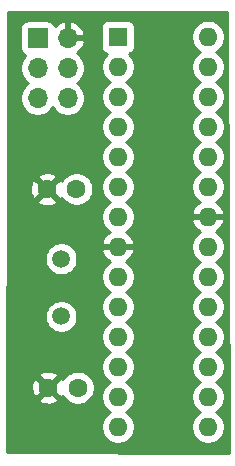
<source format=gbr>
%TF.GenerationSoftware,KiCad,Pcbnew,(5.1.7)-1*%
%TF.CreationDate,2021-02-08T15:15:02+01:00*%
%TF.ProjectId,usbasp16Mhz,75736261-7370-4313-964d-687a2e6b6963,rev?*%
%TF.SameCoordinates,Original*%
%TF.FileFunction,Copper,L2,Bot*%
%TF.FilePolarity,Positive*%
%FSLAX46Y46*%
G04 Gerber Fmt 4.6, Leading zero omitted, Abs format (unit mm)*
G04 Created by KiCad (PCBNEW (5.1.7)-1) date 2021-02-08 15:15:02*
%MOMM*%
%LPD*%
G01*
G04 APERTURE LIST*
%TA.AperFunction,ComponentPad*%
%ADD10R,1.700000X1.700000*%
%TD*%
%TA.AperFunction,ComponentPad*%
%ADD11O,1.700000X1.700000*%
%TD*%
%TA.AperFunction,ComponentPad*%
%ADD12R,1.600000X1.600000*%
%TD*%
%TA.AperFunction,ComponentPad*%
%ADD13O,1.600000X1.600000*%
%TD*%
%TA.AperFunction,ComponentPad*%
%ADD14C,1.500000*%
%TD*%
%TA.AperFunction,ComponentPad*%
%ADD15C,1.600000*%
%TD*%
%TA.AperFunction,Conductor*%
%ADD16C,0.254000*%
%TD*%
%TA.AperFunction,Conductor*%
%ADD17C,0.100000*%
%TD*%
G04 APERTURE END LIST*
D10*
%TO.P,J1,1*%
%TO.N,/RST*%
X133800000Y-87000000D03*
D11*
%TO.P,J1,2*%
%TO.N,GND*%
X136340000Y-87000000D03*
%TO.P,J1,3*%
%TO.N,/SCK*%
X133800000Y-89540000D03*
%TO.P,J1,4*%
%TO.N,/MOSI*%
X136340000Y-89540000D03*
%TO.P,J1,5*%
%TO.N,/MISO*%
X133800000Y-92080000D03*
%TO.P,J1,6*%
%TO.N,/VCC*%
X136340000Y-92080000D03*
%TD*%
D12*
%TO.P,U1,1*%
%TO.N,/RST*%
X140600000Y-86900000D03*
D13*
%TO.P,U1,15*%
%TO.N,N/C*%
X148220000Y-119920000D03*
%TO.P,U1,2*%
X140600000Y-89440000D03*
%TO.P,U1,16*%
X148220000Y-117380000D03*
%TO.P,U1,3*%
X140600000Y-91980000D03*
%TO.P,U1,17*%
%TO.N,/MOSI*%
X148220000Y-114840000D03*
%TO.P,U1,4*%
%TO.N,N/C*%
X140600000Y-94520000D03*
%TO.P,U1,18*%
%TO.N,/MISO*%
X148220000Y-112300000D03*
%TO.P,U1,5*%
%TO.N,N/C*%
X140600000Y-97060000D03*
%TO.P,U1,19*%
%TO.N,/SCK*%
X148220000Y-109760000D03*
%TO.P,U1,6*%
%TO.N,N/C*%
X140600000Y-99600000D03*
%TO.P,U1,20*%
X148220000Y-107220000D03*
%TO.P,U1,7*%
%TO.N,/VCC*%
X140600000Y-102140000D03*
%TO.P,U1,21*%
%TO.N,N/C*%
X148220000Y-104680000D03*
%TO.P,U1,8*%
%TO.N,GND*%
X140600000Y-104680000D03*
%TO.P,U1,22*%
X148220000Y-102140000D03*
%TO.P,U1,9*%
%TO.N,/XTAL1*%
X140600000Y-107220000D03*
%TO.P,U1,23*%
%TO.N,N/C*%
X148220000Y-99600000D03*
%TO.P,U1,10*%
%TO.N,Net-(C2-Pad2)*%
X140600000Y-109760000D03*
%TO.P,U1,24*%
%TO.N,N/C*%
X148220000Y-97060000D03*
%TO.P,U1,11*%
X140600000Y-112300000D03*
%TO.P,U1,25*%
X148220000Y-94520000D03*
%TO.P,U1,12*%
X140600000Y-114840000D03*
%TO.P,U1,26*%
X148220000Y-91980000D03*
%TO.P,U1,13*%
X140600000Y-117380000D03*
%TO.P,U1,27*%
X148220000Y-89440000D03*
%TO.P,U1,14*%
X140600000Y-119920000D03*
%TO.P,U1,28*%
X148220000Y-86900000D03*
%TD*%
D14*
%TO.P,Y1,1*%
%TO.N,/XTAL1*%
X135800000Y-105700000D03*
%TO.P,Y1,2*%
%TO.N,Net-(C2-Pad2)*%
X135800000Y-110580000D03*
%TD*%
D15*
%TO.P,C2,1*%
%TO.N,GND*%
X134700000Y-116600000D03*
%TO.P,C2,2*%
%TO.N,Net-(C2-Pad2)*%
X137200000Y-116600000D03*
%TD*%
%TO.P,C1,1*%
%TO.N,GND*%
X134600000Y-99800000D03*
%TO.P,C1,2*%
%TO.N,/XTAL1*%
X137100000Y-99800000D03*
%TD*%
D16*
%TO.N,GND*%
X149972660Y-122172328D02*
X131227338Y-122073669D01*
X131239286Y-117592702D01*
X133886903Y-117592702D01*
X133958486Y-117836671D01*
X134213996Y-117957571D01*
X134488184Y-118026300D01*
X134770512Y-118040217D01*
X135050130Y-117998787D01*
X135316292Y-117903603D01*
X135441514Y-117836671D01*
X135513097Y-117592702D01*
X134700000Y-116779605D01*
X133886903Y-117592702D01*
X131239286Y-117592702D01*
X131241746Y-116670512D01*
X133259783Y-116670512D01*
X133301213Y-116950130D01*
X133396397Y-117216292D01*
X133463329Y-117341514D01*
X133707298Y-117413097D01*
X134520395Y-116600000D01*
X134879605Y-116600000D01*
X135692702Y-117413097D01*
X135936671Y-117341514D01*
X135950324Y-117312659D01*
X136085363Y-117514759D01*
X136285241Y-117714637D01*
X136520273Y-117871680D01*
X136781426Y-117979853D01*
X137058665Y-118035000D01*
X137341335Y-118035000D01*
X137618574Y-117979853D01*
X137879727Y-117871680D01*
X138114759Y-117714637D01*
X138314637Y-117514759D01*
X138471680Y-117279727D01*
X138579853Y-117018574D01*
X138635000Y-116741335D01*
X138635000Y-116458665D01*
X138579853Y-116181426D01*
X138471680Y-115920273D01*
X138314637Y-115685241D01*
X138114759Y-115485363D01*
X137879727Y-115328320D01*
X137618574Y-115220147D01*
X137341335Y-115165000D01*
X137058665Y-115165000D01*
X136781426Y-115220147D01*
X136520273Y-115328320D01*
X136285241Y-115485363D01*
X136085363Y-115685241D01*
X135951308Y-115885869D01*
X135936671Y-115858486D01*
X135692702Y-115786903D01*
X134879605Y-116600000D01*
X134520395Y-116600000D01*
X133707298Y-115786903D01*
X133463329Y-115858486D01*
X133342429Y-116113996D01*
X133273700Y-116388184D01*
X133259783Y-116670512D01*
X131241746Y-116670512D01*
X131244581Y-115607298D01*
X133886903Y-115607298D01*
X134700000Y-116420395D01*
X135513097Y-115607298D01*
X135441514Y-115363329D01*
X135186004Y-115242429D01*
X134911816Y-115173700D01*
X134629488Y-115159783D01*
X134349870Y-115201213D01*
X134083708Y-115296397D01*
X133958486Y-115363329D01*
X133886903Y-115607298D01*
X131244581Y-115607298D01*
X131258350Y-110443589D01*
X134415000Y-110443589D01*
X134415000Y-110716411D01*
X134468225Y-110983989D01*
X134572629Y-111236043D01*
X134724201Y-111462886D01*
X134917114Y-111655799D01*
X135143957Y-111807371D01*
X135396011Y-111911775D01*
X135663589Y-111965000D01*
X135936411Y-111965000D01*
X136203989Y-111911775D01*
X136456043Y-111807371D01*
X136682886Y-111655799D01*
X136875799Y-111462886D01*
X137027371Y-111236043D01*
X137131775Y-110983989D01*
X137185000Y-110716411D01*
X137185000Y-110443589D01*
X137131775Y-110176011D01*
X137027371Y-109923957D01*
X136875799Y-109697114D01*
X136682886Y-109504201D01*
X136456043Y-109352629D01*
X136203989Y-109248225D01*
X135936411Y-109195000D01*
X135663589Y-109195000D01*
X135396011Y-109248225D01*
X135143957Y-109352629D01*
X134917114Y-109504201D01*
X134724201Y-109697114D01*
X134572629Y-109923957D01*
X134468225Y-110176011D01*
X134415000Y-110443589D01*
X131258350Y-110443589D01*
X131271363Y-105563589D01*
X134415000Y-105563589D01*
X134415000Y-105836411D01*
X134468225Y-106103989D01*
X134572629Y-106356043D01*
X134724201Y-106582886D01*
X134917114Y-106775799D01*
X135143957Y-106927371D01*
X135396011Y-107031775D01*
X135663589Y-107085000D01*
X135936411Y-107085000D01*
X135968258Y-107078665D01*
X139165000Y-107078665D01*
X139165000Y-107361335D01*
X139220147Y-107638574D01*
X139328320Y-107899727D01*
X139485363Y-108134759D01*
X139685241Y-108334637D01*
X139917759Y-108490000D01*
X139685241Y-108645363D01*
X139485363Y-108845241D01*
X139328320Y-109080273D01*
X139220147Y-109341426D01*
X139165000Y-109618665D01*
X139165000Y-109901335D01*
X139220147Y-110178574D01*
X139328320Y-110439727D01*
X139485363Y-110674759D01*
X139685241Y-110874637D01*
X139917759Y-111030000D01*
X139685241Y-111185363D01*
X139485363Y-111385241D01*
X139328320Y-111620273D01*
X139220147Y-111881426D01*
X139165000Y-112158665D01*
X139165000Y-112441335D01*
X139220147Y-112718574D01*
X139328320Y-112979727D01*
X139485363Y-113214759D01*
X139685241Y-113414637D01*
X139917759Y-113570000D01*
X139685241Y-113725363D01*
X139485363Y-113925241D01*
X139328320Y-114160273D01*
X139220147Y-114421426D01*
X139165000Y-114698665D01*
X139165000Y-114981335D01*
X139220147Y-115258574D01*
X139328320Y-115519727D01*
X139485363Y-115754759D01*
X139685241Y-115954637D01*
X139917759Y-116110000D01*
X139685241Y-116265363D01*
X139485363Y-116465241D01*
X139328320Y-116700273D01*
X139220147Y-116961426D01*
X139165000Y-117238665D01*
X139165000Y-117521335D01*
X139220147Y-117798574D01*
X139328320Y-118059727D01*
X139485363Y-118294759D01*
X139685241Y-118494637D01*
X139917759Y-118650000D01*
X139685241Y-118805363D01*
X139485363Y-119005241D01*
X139328320Y-119240273D01*
X139220147Y-119501426D01*
X139165000Y-119778665D01*
X139165000Y-120061335D01*
X139220147Y-120338574D01*
X139328320Y-120599727D01*
X139485363Y-120834759D01*
X139685241Y-121034637D01*
X139920273Y-121191680D01*
X140181426Y-121299853D01*
X140458665Y-121355000D01*
X140741335Y-121355000D01*
X141018574Y-121299853D01*
X141279727Y-121191680D01*
X141514759Y-121034637D01*
X141714637Y-120834759D01*
X141871680Y-120599727D01*
X141979853Y-120338574D01*
X142035000Y-120061335D01*
X142035000Y-119778665D01*
X141979853Y-119501426D01*
X141871680Y-119240273D01*
X141714637Y-119005241D01*
X141514759Y-118805363D01*
X141282241Y-118650000D01*
X141514759Y-118494637D01*
X141714637Y-118294759D01*
X141871680Y-118059727D01*
X141979853Y-117798574D01*
X142035000Y-117521335D01*
X142035000Y-117238665D01*
X141979853Y-116961426D01*
X141871680Y-116700273D01*
X141714637Y-116465241D01*
X141514759Y-116265363D01*
X141282241Y-116110000D01*
X141514759Y-115954637D01*
X141714637Y-115754759D01*
X141871680Y-115519727D01*
X141979853Y-115258574D01*
X142035000Y-114981335D01*
X142035000Y-114698665D01*
X141979853Y-114421426D01*
X141871680Y-114160273D01*
X141714637Y-113925241D01*
X141514759Y-113725363D01*
X141282241Y-113570000D01*
X141514759Y-113414637D01*
X141714637Y-113214759D01*
X141871680Y-112979727D01*
X141979853Y-112718574D01*
X142035000Y-112441335D01*
X142035000Y-112158665D01*
X141979853Y-111881426D01*
X141871680Y-111620273D01*
X141714637Y-111385241D01*
X141514759Y-111185363D01*
X141282241Y-111030000D01*
X141514759Y-110874637D01*
X141714637Y-110674759D01*
X141871680Y-110439727D01*
X141979853Y-110178574D01*
X142035000Y-109901335D01*
X142035000Y-109618665D01*
X141979853Y-109341426D01*
X141871680Y-109080273D01*
X141714637Y-108845241D01*
X141514759Y-108645363D01*
X141282241Y-108490000D01*
X141514759Y-108334637D01*
X141714637Y-108134759D01*
X141871680Y-107899727D01*
X141979853Y-107638574D01*
X142035000Y-107361335D01*
X142035000Y-107078665D01*
X141979853Y-106801426D01*
X141871680Y-106540273D01*
X141714637Y-106305241D01*
X141514759Y-106105363D01*
X141279727Y-105948320D01*
X141269135Y-105943933D01*
X141455131Y-105832385D01*
X141663519Y-105643414D01*
X141831037Y-105417420D01*
X141951246Y-105163087D01*
X141991904Y-105029039D01*
X141869915Y-104807000D01*
X140727000Y-104807000D01*
X140727000Y-104827000D01*
X140473000Y-104827000D01*
X140473000Y-104807000D01*
X139330085Y-104807000D01*
X139208096Y-105029039D01*
X139248754Y-105163087D01*
X139368963Y-105417420D01*
X139536481Y-105643414D01*
X139744869Y-105832385D01*
X139930865Y-105943933D01*
X139920273Y-105948320D01*
X139685241Y-106105363D01*
X139485363Y-106305241D01*
X139328320Y-106540273D01*
X139220147Y-106801426D01*
X139165000Y-107078665D01*
X135968258Y-107078665D01*
X136203989Y-107031775D01*
X136456043Y-106927371D01*
X136682886Y-106775799D01*
X136875799Y-106582886D01*
X137027371Y-106356043D01*
X137131775Y-106103989D01*
X137185000Y-105836411D01*
X137185000Y-105563589D01*
X137131775Y-105296011D01*
X137027371Y-105043957D01*
X136875799Y-104817114D01*
X136682886Y-104624201D01*
X136456043Y-104472629D01*
X136203989Y-104368225D01*
X135936411Y-104315000D01*
X135663589Y-104315000D01*
X135396011Y-104368225D01*
X135143957Y-104472629D01*
X134917114Y-104624201D01*
X134724201Y-104817114D01*
X134572629Y-105043957D01*
X134468225Y-105296011D01*
X134415000Y-105563589D01*
X131271363Y-105563589D01*
X131284086Y-100792702D01*
X133786903Y-100792702D01*
X133858486Y-101036671D01*
X134113996Y-101157571D01*
X134388184Y-101226300D01*
X134670512Y-101240217D01*
X134950130Y-101198787D01*
X135216292Y-101103603D01*
X135341514Y-101036671D01*
X135413097Y-100792702D01*
X134600000Y-99979605D01*
X133786903Y-100792702D01*
X131284086Y-100792702D01*
X131286546Y-99870512D01*
X133159783Y-99870512D01*
X133201213Y-100150130D01*
X133296397Y-100416292D01*
X133363329Y-100541514D01*
X133607298Y-100613097D01*
X134420395Y-99800000D01*
X134779605Y-99800000D01*
X135592702Y-100613097D01*
X135836671Y-100541514D01*
X135850324Y-100512659D01*
X135985363Y-100714759D01*
X136185241Y-100914637D01*
X136420273Y-101071680D01*
X136681426Y-101179853D01*
X136958665Y-101235000D01*
X137241335Y-101235000D01*
X137518574Y-101179853D01*
X137779727Y-101071680D01*
X138014759Y-100914637D01*
X138214637Y-100714759D01*
X138371680Y-100479727D01*
X138479853Y-100218574D01*
X138535000Y-99941335D01*
X138535000Y-99658665D01*
X138479853Y-99381426D01*
X138371680Y-99120273D01*
X138214637Y-98885241D01*
X138014759Y-98685363D01*
X137779727Y-98528320D01*
X137518574Y-98420147D01*
X137241335Y-98365000D01*
X136958665Y-98365000D01*
X136681426Y-98420147D01*
X136420273Y-98528320D01*
X136185241Y-98685363D01*
X135985363Y-98885241D01*
X135851308Y-99085869D01*
X135836671Y-99058486D01*
X135592702Y-98986903D01*
X134779605Y-99800000D01*
X134420395Y-99800000D01*
X133607298Y-98986903D01*
X133363329Y-99058486D01*
X133242429Y-99313996D01*
X133173700Y-99588184D01*
X133159783Y-99870512D01*
X131286546Y-99870512D01*
X131289381Y-98807298D01*
X133786903Y-98807298D01*
X134600000Y-99620395D01*
X135413097Y-98807298D01*
X135341514Y-98563329D01*
X135086004Y-98442429D01*
X134811816Y-98373700D01*
X134529488Y-98359783D01*
X134249870Y-98401213D01*
X133983708Y-98496397D01*
X133858486Y-98563329D01*
X133786903Y-98807298D01*
X131289381Y-98807298D01*
X131323134Y-86150000D01*
X132311928Y-86150000D01*
X132311928Y-87850000D01*
X132324188Y-87974482D01*
X132360498Y-88094180D01*
X132419463Y-88204494D01*
X132498815Y-88301185D01*
X132595506Y-88380537D01*
X132705820Y-88439502D01*
X132778380Y-88461513D01*
X132646525Y-88593368D01*
X132484010Y-88836589D01*
X132372068Y-89106842D01*
X132315000Y-89393740D01*
X132315000Y-89686260D01*
X132372068Y-89973158D01*
X132484010Y-90243411D01*
X132646525Y-90486632D01*
X132853368Y-90693475D01*
X133027760Y-90810000D01*
X132853368Y-90926525D01*
X132646525Y-91133368D01*
X132484010Y-91376589D01*
X132372068Y-91646842D01*
X132315000Y-91933740D01*
X132315000Y-92226260D01*
X132372068Y-92513158D01*
X132484010Y-92783411D01*
X132646525Y-93026632D01*
X132853368Y-93233475D01*
X133096589Y-93395990D01*
X133366842Y-93507932D01*
X133653740Y-93565000D01*
X133946260Y-93565000D01*
X134233158Y-93507932D01*
X134503411Y-93395990D01*
X134746632Y-93233475D01*
X134953475Y-93026632D01*
X135070000Y-92852240D01*
X135186525Y-93026632D01*
X135393368Y-93233475D01*
X135636589Y-93395990D01*
X135906842Y-93507932D01*
X136193740Y-93565000D01*
X136486260Y-93565000D01*
X136773158Y-93507932D01*
X137043411Y-93395990D01*
X137286632Y-93233475D01*
X137493475Y-93026632D01*
X137655990Y-92783411D01*
X137767932Y-92513158D01*
X137825000Y-92226260D01*
X137825000Y-91933740D01*
X137767932Y-91646842D01*
X137655990Y-91376589D01*
X137493475Y-91133368D01*
X137286632Y-90926525D01*
X137112240Y-90810000D01*
X137286632Y-90693475D01*
X137493475Y-90486632D01*
X137655990Y-90243411D01*
X137767932Y-89973158D01*
X137825000Y-89686260D01*
X137825000Y-89393740D01*
X137767932Y-89106842D01*
X137655990Y-88836589D01*
X137493475Y-88593368D01*
X137286632Y-88386525D01*
X137104466Y-88264805D01*
X137221355Y-88195178D01*
X137437588Y-88000269D01*
X137611641Y-87766920D01*
X137736825Y-87504099D01*
X137781476Y-87356890D01*
X137660155Y-87127000D01*
X136467000Y-87127000D01*
X136467000Y-87147000D01*
X136213000Y-87147000D01*
X136213000Y-87127000D01*
X136193000Y-87127000D01*
X136193000Y-86873000D01*
X136213000Y-86873000D01*
X136213000Y-85679186D01*
X136467000Y-85679186D01*
X136467000Y-86873000D01*
X137660155Y-86873000D01*
X137781476Y-86643110D01*
X137736825Y-86495901D01*
X137611641Y-86233080D01*
X137512378Y-86100000D01*
X139161928Y-86100000D01*
X139161928Y-87700000D01*
X139174188Y-87824482D01*
X139210498Y-87944180D01*
X139269463Y-88054494D01*
X139348815Y-88151185D01*
X139445506Y-88230537D01*
X139555820Y-88289502D01*
X139675518Y-88325812D01*
X139683961Y-88326643D01*
X139485363Y-88525241D01*
X139328320Y-88760273D01*
X139220147Y-89021426D01*
X139165000Y-89298665D01*
X139165000Y-89581335D01*
X139220147Y-89858574D01*
X139328320Y-90119727D01*
X139485363Y-90354759D01*
X139685241Y-90554637D01*
X139917759Y-90710000D01*
X139685241Y-90865363D01*
X139485363Y-91065241D01*
X139328320Y-91300273D01*
X139220147Y-91561426D01*
X139165000Y-91838665D01*
X139165000Y-92121335D01*
X139220147Y-92398574D01*
X139328320Y-92659727D01*
X139485363Y-92894759D01*
X139685241Y-93094637D01*
X139917759Y-93250000D01*
X139685241Y-93405363D01*
X139485363Y-93605241D01*
X139328320Y-93840273D01*
X139220147Y-94101426D01*
X139165000Y-94378665D01*
X139165000Y-94661335D01*
X139220147Y-94938574D01*
X139328320Y-95199727D01*
X139485363Y-95434759D01*
X139685241Y-95634637D01*
X139917759Y-95790000D01*
X139685241Y-95945363D01*
X139485363Y-96145241D01*
X139328320Y-96380273D01*
X139220147Y-96641426D01*
X139165000Y-96918665D01*
X139165000Y-97201335D01*
X139220147Y-97478574D01*
X139328320Y-97739727D01*
X139485363Y-97974759D01*
X139685241Y-98174637D01*
X139917759Y-98330000D01*
X139685241Y-98485363D01*
X139485363Y-98685241D01*
X139328320Y-98920273D01*
X139220147Y-99181426D01*
X139165000Y-99458665D01*
X139165000Y-99741335D01*
X139220147Y-100018574D01*
X139328320Y-100279727D01*
X139485363Y-100514759D01*
X139685241Y-100714637D01*
X139917759Y-100870000D01*
X139685241Y-101025363D01*
X139485363Y-101225241D01*
X139328320Y-101460273D01*
X139220147Y-101721426D01*
X139165000Y-101998665D01*
X139165000Y-102281335D01*
X139220147Y-102558574D01*
X139328320Y-102819727D01*
X139485363Y-103054759D01*
X139685241Y-103254637D01*
X139920273Y-103411680D01*
X139930865Y-103416067D01*
X139744869Y-103527615D01*
X139536481Y-103716586D01*
X139368963Y-103942580D01*
X139248754Y-104196913D01*
X139208096Y-104330961D01*
X139330085Y-104553000D01*
X140473000Y-104553000D01*
X140473000Y-104533000D01*
X140727000Y-104533000D01*
X140727000Y-104553000D01*
X141869915Y-104553000D01*
X141877790Y-104538665D01*
X146785000Y-104538665D01*
X146785000Y-104821335D01*
X146840147Y-105098574D01*
X146948320Y-105359727D01*
X147105363Y-105594759D01*
X147305241Y-105794637D01*
X147537759Y-105950000D01*
X147305241Y-106105363D01*
X147105363Y-106305241D01*
X146948320Y-106540273D01*
X146840147Y-106801426D01*
X146785000Y-107078665D01*
X146785000Y-107361335D01*
X146840147Y-107638574D01*
X146948320Y-107899727D01*
X147105363Y-108134759D01*
X147305241Y-108334637D01*
X147537759Y-108490000D01*
X147305241Y-108645363D01*
X147105363Y-108845241D01*
X146948320Y-109080273D01*
X146840147Y-109341426D01*
X146785000Y-109618665D01*
X146785000Y-109901335D01*
X146840147Y-110178574D01*
X146948320Y-110439727D01*
X147105363Y-110674759D01*
X147305241Y-110874637D01*
X147537759Y-111030000D01*
X147305241Y-111185363D01*
X147105363Y-111385241D01*
X146948320Y-111620273D01*
X146840147Y-111881426D01*
X146785000Y-112158665D01*
X146785000Y-112441335D01*
X146840147Y-112718574D01*
X146948320Y-112979727D01*
X147105363Y-113214759D01*
X147305241Y-113414637D01*
X147537759Y-113570000D01*
X147305241Y-113725363D01*
X147105363Y-113925241D01*
X146948320Y-114160273D01*
X146840147Y-114421426D01*
X146785000Y-114698665D01*
X146785000Y-114981335D01*
X146840147Y-115258574D01*
X146948320Y-115519727D01*
X147105363Y-115754759D01*
X147305241Y-115954637D01*
X147537759Y-116110000D01*
X147305241Y-116265363D01*
X147105363Y-116465241D01*
X146948320Y-116700273D01*
X146840147Y-116961426D01*
X146785000Y-117238665D01*
X146785000Y-117521335D01*
X146840147Y-117798574D01*
X146948320Y-118059727D01*
X147105363Y-118294759D01*
X147305241Y-118494637D01*
X147537759Y-118650000D01*
X147305241Y-118805363D01*
X147105363Y-119005241D01*
X146948320Y-119240273D01*
X146840147Y-119501426D01*
X146785000Y-119778665D01*
X146785000Y-120061335D01*
X146840147Y-120338574D01*
X146948320Y-120599727D01*
X147105363Y-120834759D01*
X147305241Y-121034637D01*
X147540273Y-121191680D01*
X147801426Y-121299853D01*
X148078665Y-121355000D01*
X148361335Y-121355000D01*
X148638574Y-121299853D01*
X148899727Y-121191680D01*
X149134759Y-121034637D01*
X149334637Y-120834759D01*
X149491680Y-120599727D01*
X149599853Y-120338574D01*
X149655000Y-120061335D01*
X149655000Y-119778665D01*
X149599853Y-119501426D01*
X149491680Y-119240273D01*
X149334637Y-119005241D01*
X149134759Y-118805363D01*
X148902241Y-118650000D01*
X149134759Y-118494637D01*
X149334637Y-118294759D01*
X149491680Y-118059727D01*
X149599853Y-117798574D01*
X149655000Y-117521335D01*
X149655000Y-117238665D01*
X149599853Y-116961426D01*
X149491680Y-116700273D01*
X149334637Y-116465241D01*
X149134759Y-116265363D01*
X148902241Y-116110000D01*
X149134759Y-115954637D01*
X149334637Y-115754759D01*
X149491680Y-115519727D01*
X149599853Y-115258574D01*
X149655000Y-114981335D01*
X149655000Y-114698665D01*
X149599853Y-114421426D01*
X149491680Y-114160273D01*
X149334637Y-113925241D01*
X149134759Y-113725363D01*
X148902241Y-113570000D01*
X149134759Y-113414637D01*
X149334637Y-113214759D01*
X149491680Y-112979727D01*
X149599853Y-112718574D01*
X149655000Y-112441335D01*
X149655000Y-112158665D01*
X149599853Y-111881426D01*
X149491680Y-111620273D01*
X149334637Y-111385241D01*
X149134759Y-111185363D01*
X148902241Y-111030000D01*
X149134759Y-110874637D01*
X149334637Y-110674759D01*
X149491680Y-110439727D01*
X149599853Y-110178574D01*
X149655000Y-109901335D01*
X149655000Y-109618665D01*
X149599853Y-109341426D01*
X149491680Y-109080273D01*
X149334637Y-108845241D01*
X149134759Y-108645363D01*
X148902241Y-108490000D01*
X149134759Y-108334637D01*
X149334637Y-108134759D01*
X149491680Y-107899727D01*
X149599853Y-107638574D01*
X149655000Y-107361335D01*
X149655000Y-107078665D01*
X149599853Y-106801426D01*
X149491680Y-106540273D01*
X149334637Y-106305241D01*
X149134759Y-106105363D01*
X148902241Y-105950000D01*
X149134759Y-105794637D01*
X149334637Y-105594759D01*
X149491680Y-105359727D01*
X149599853Y-105098574D01*
X149655000Y-104821335D01*
X149655000Y-104538665D01*
X149599853Y-104261426D01*
X149491680Y-104000273D01*
X149334637Y-103765241D01*
X149134759Y-103565363D01*
X148899727Y-103408320D01*
X148889135Y-103403933D01*
X149075131Y-103292385D01*
X149283519Y-103103414D01*
X149451037Y-102877420D01*
X149571246Y-102623087D01*
X149611904Y-102489039D01*
X149489915Y-102267000D01*
X148347000Y-102267000D01*
X148347000Y-102287000D01*
X148093000Y-102287000D01*
X148093000Y-102267000D01*
X146950085Y-102267000D01*
X146828096Y-102489039D01*
X146868754Y-102623087D01*
X146988963Y-102877420D01*
X147156481Y-103103414D01*
X147364869Y-103292385D01*
X147550865Y-103403933D01*
X147540273Y-103408320D01*
X147305241Y-103565363D01*
X147105363Y-103765241D01*
X146948320Y-104000273D01*
X146840147Y-104261426D01*
X146785000Y-104538665D01*
X141877790Y-104538665D01*
X141991904Y-104330961D01*
X141951246Y-104196913D01*
X141831037Y-103942580D01*
X141663519Y-103716586D01*
X141455131Y-103527615D01*
X141269135Y-103416067D01*
X141279727Y-103411680D01*
X141514759Y-103254637D01*
X141714637Y-103054759D01*
X141871680Y-102819727D01*
X141979853Y-102558574D01*
X142035000Y-102281335D01*
X142035000Y-101998665D01*
X141979853Y-101721426D01*
X141871680Y-101460273D01*
X141714637Y-101225241D01*
X141514759Y-101025363D01*
X141282241Y-100870000D01*
X141514759Y-100714637D01*
X141714637Y-100514759D01*
X141871680Y-100279727D01*
X141979853Y-100018574D01*
X142035000Y-99741335D01*
X142035000Y-99458665D01*
X141979853Y-99181426D01*
X141871680Y-98920273D01*
X141714637Y-98685241D01*
X141514759Y-98485363D01*
X141282241Y-98330000D01*
X141514759Y-98174637D01*
X141714637Y-97974759D01*
X141871680Y-97739727D01*
X141979853Y-97478574D01*
X142035000Y-97201335D01*
X142035000Y-96918665D01*
X141979853Y-96641426D01*
X141871680Y-96380273D01*
X141714637Y-96145241D01*
X141514759Y-95945363D01*
X141282241Y-95790000D01*
X141514759Y-95634637D01*
X141714637Y-95434759D01*
X141871680Y-95199727D01*
X141979853Y-94938574D01*
X142035000Y-94661335D01*
X142035000Y-94378665D01*
X141979853Y-94101426D01*
X141871680Y-93840273D01*
X141714637Y-93605241D01*
X141514759Y-93405363D01*
X141282241Y-93250000D01*
X141514759Y-93094637D01*
X141714637Y-92894759D01*
X141871680Y-92659727D01*
X141979853Y-92398574D01*
X142035000Y-92121335D01*
X142035000Y-91838665D01*
X141979853Y-91561426D01*
X141871680Y-91300273D01*
X141714637Y-91065241D01*
X141514759Y-90865363D01*
X141282241Y-90710000D01*
X141514759Y-90554637D01*
X141714637Y-90354759D01*
X141871680Y-90119727D01*
X141979853Y-89858574D01*
X142035000Y-89581335D01*
X142035000Y-89298665D01*
X141979853Y-89021426D01*
X141871680Y-88760273D01*
X141714637Y-88525241D01*
X141516039Y-88326643D01*
X141524482Y-88325812D01*
X141644180Y-88289502D01*
X141754494Y-88230537D01*
X141851185Y-88151185D01*
X141930537Y-88054494D01*
X141989502Y-87944180D01*
X142025812Y-87824482D01*
X142038072Y-87700000D01*
X142038072Y-86758665D01*
X146785000Y-86758665D01*
X146785000Y-87041335D01*
X146840147Y-87318574D01*
X146948320Y-87579727D01*
X147105363Y-87814759D01*
X147305241Y-88014637D01*
X147537759Y-88170000D01*
X147305241Y-88325363D01*
X147105363Y-88525241D01*
X146948320Y-88760273D01*
X146840147Y-89021426D01*
X146785000Y-89298665D01*
X146785000Y-89581335D01*
X146840147Y-89858574D01*
X146948320Y-90119727D01*
X147105363Y-90354759D01*
X147305241Y-90554637D01*
X147537759Y-90710000D01*
X147305241Y-90865363D01*
X147105363Y-91065241D01*
X146948320Y-91300273D01*
X146840147Y-91561426D01*
X146785000Y-91838665D01*
X146785000Y-92121335D01*
X146840147Y-92398574D01*
X146948320Y-92659727D01*
X147105363Y-92894759D01*
X147305241Y-93094637D01*
X147537759Y-93250000D01*
X147305241Y-93405363D01*
X147105363Y-93605241D01*
X146948320Y-93840273D01*
X146840147Y-94101426D01*
X146785000Y-94378665D01*
X146785000Y-94661335D01*
X146840147Y-94938574D01*
X146948320Y-95199727D01*
X147105363Y-95434759D01*
X147305241Y-95634637D01*
X147537759Y-95790000D01*
X147305241Y-95945363D01*
X147105363Y-96145241D01*
X146948320Y-96380273D01*
X146840147Y-96641426D01*
X146785000Y-96918665D01*
X146785000Y-97201335D01*
X146840147Y-97478574D01*
X146948320Y-97739727D01*
X147105363Y-97974759D01*
X147305241Y-98174637D01*
X147537759Y-98330000D01*
X147305241Y-98485363D01*
X147105363Y-98685241D01*
X146948320Y-98920273D01*
X146840147Y-99181426D01*
X146785000Y-99458665D01*
X146785000Y-99741335D01*
X146840147Y-100018574D01*
X146948320Y-100279727D01*
X147105363Y-100514759D01*
X147305241Y-100714637D01*
X147540273Y-100871680D01*
X147550865Y-100876067D01*
X147364869Y-100987615D01*
X147156481Y-101176586D01*
X146988963Y-101402580D01*
X146868754Y-101656913D01*
X146828096Y-101790961D01*
X146950085Y-102013000D01*
X148093000Y-102013000D01*
X148093000Y-101993000D01*
X148347000Y-101993000D01*
X148347000Y-102013000D01*
X149489915Y-102013000D01*
X149611904Y-101790961D01*
X149571246Y-101656913D01*
X149451037Y-101402580D01*
X149283519Y-101176586D01*
X149075131Y-100987615D01*
X148889135Y-100876067D01*
X148899727Y-100871680D01*
X149134759Y-100714637D01*
X149334637Y-100514759D01*
X149491680Y-100279727D01*
X149599853Y-100018574D01*
X149655000Y-99741335D01*
X149655000Y-99458665D01*
X149599853Y-99181426D01*
X149491680Y-98920273D01*
X149334637Y-98685241D01*
X149134759Y-98485363D01*
X148902241Y-98330000D01*
X149134759Y-98174637D01*
X149334637Y-97974759D01*
X149491680Y-97739727D01*
X149599853Y-97478574D01*
X149655000Y-97201335D01*
X149655000Y-96918665D01*
X149599853Y-96641426D01*
X149491680Y-96380273D01*
X149334637Y-96145241D01*
X149134759Y-95945363D01*
X148902241Y-95790000D01*
X149134759Y-95634637D01*
X149334637Y-95434759D01*
X149491680Y-95199727D01*
X149599853Y-94938574D01*
X149655000Y-94661335D01*
X149655000Y-94378665D01*
X149599853Y-94101426D01*
X149491680Y-93840273D01*
X149334637Y-93605241D01*
X149134759Y-93405363D01*
X148902241Y-93250000D01*
X149134759Y-93094637D01*
X149334637Y-92894759D01*
X149491680Y-92659727D01*
X149599853Y-92398574D01*
X149655000Y-92121335D01*
X149655000Y-91838665D01*
X149599853Y-91561426D01*
X149491680Y-91300273D01*
X149334637Y-91065241D01*
X149134759Y-90865363D01*
X148902241Y-90710000D01*
X149134759Y-90554637D01*
X149334637Y-90354759D01*
X149491680Y-90119727D01*
X149599853Y-89858574D01*
X149655000Y-89581335D01*
X149655000Y-89298665D01*
X149599853Y-89021426D01*
X149491680Y-88760273D01*
X149334637Y-88525241D01*
X149134759Y-88325363D01*
X148902241Y-88170000D01*
X149134759Y-88014637D01*
X149334637Y-87814759D01*
X149491680Y-87579727D01*
X149599853Y-87318574D01*
X149655000Y-87041335D01*
X149655000Y-86758665D01*
X149599853Y-86481426D01*
X149491680Y-86220273D01*
X149334637Y-85985241D01*
X149134759Y-85785363D01*
X148899727Y-85628320D01*
X148638574Y-85520147D01*
X148361335Y-85465000D01*
X148078665Y-85465000D01*
X147801426Y-85520147D01*
X147540273Y-85628320D01*
X147305241Y-85785363D01*
X147105363Y-85985241D01*
X146948320Y-86220273D01*
X146840147Y-86481426D01*
X146785000Y-86758665D01*
X142038072Y-86758665D01*
X142038072Y-86100000D01*
X142025812Y-85975518D01*
X141989502Y-85855820D01*
X141930537Y-85745506D01*
X141851185Y-85648815D01*
X141754494Y-85569463D01*
X141644180Y-85510498D01*
X141524482Y-85474188D01*
X141400000Y-85461928D01*
X139800000Y-85461928D01*
X139675518Y-85474188D01*
X139555820Y-85510498D01*
X139445506Y-85569463D01*
X139348815Y-85648815D01*
X139269463Y-85745506D01*
X139210498Y-85855820D01*
X139174188Y-85975518D01*
X139161928Y-86100000D01*
X137512378Y-86100000D01*
X137437588Y-85999731D01*
X137221355Y-85804822D01*
X136971252Y-85655843D01*
X136696891Y-85558519D01*
X136467000Y-85679186D01*
X136213000Y-85679186D01*
X135983109Y-85558519D01*
X135708748Y-85655843D01*
X135458645Y-85804822D01*
X135262498Y-85981626D01*
X135239502Y-85905820D01*
X135180537Y-85795506D01*
X135101185Y-85698815D01*
X135004494Y-85619463D01*
X134894180Y-85560498D01*
X134774482Y-85524188D01*
X134650000Y-85511928D01*
X132950000Y-85511928D01*
X132825518Y-85524188D01*
X132705820Y-85560498D01*
X132595506Y-85619463D01*
X132498815Y-85698815D01*
X132419463Y-85795506D01*
X132360498Y-85905820D01*
X132324188Y-86025518D01*
X132311928Y-86150000D01*
X131323134Y-86150000D01*
X131326662Y-84827000D01*
X149873337Y-84827000D01*
X149972660Y-122172328D01*
%TA.AperFunction,Conductor*%
D17*
G36*
X149972660Y-122172328D02*
G01*
X131227338Y-122073669D01*
X131239286Y-117592702D01*
X133886903Y-117592702D01*
X133958486Y-117836671D01*
X134213996Y-117957571D01*
X134488184Y-118026300D01*
X134770512Y-118040217D01*
X135050130Y-117998787D01*
X135316292Y-117903603D01*
X135441514Y-117836671D01*
X135513097Y-117592702D01*
X134700000Y-116779605D01*
X133886903Y-117592702D01*
X131239286Y-117592702D01*
X131241746Y-116670512D01*
X133259783Y-116670512D01*
X133301213Y-116950130D01*
X133396397Y-117216292D01*
X133463329Y-117341514D01*
X133707298Y-117413097D01*
X134520395Y-116600000D01*
X134879605Y-116600000D01*
X135692702Y-117413097D01*
X135936671Y-117341514D01*
X135950324Y-117312659D01*
X136085363Y-117514759D01*
X136285241Y-117714637D01*
X136520273Y-117871680D01*
X136781426Y-117979853D01*
X137058665Y-118035000D01*
X137341335Y-118035000D01*
X137618574Y-117979853D01*
X137879727Y-117871680D01*
X138114759Y-117714637D01*
X138314637Y-117514759D01*
X138471680Y-117279727D01*
X138579853Y-117018574D01*
X138635000Y-116741335D01*
X138635000Y-116458665D01*
X138579853Y-116181426D01*
X138471680Y-115920273D01*
X138314637Y-115685241D01*
X138114759Y-115485363D01*
X137879727Y-115328320D01*
X137618574Y-115220147D01*
X137341335Y-115165000D01*
X137058665Y-115165000D01*
X136781426Y-115220147D01*
X136520273Y-115328320D01*
X136285241Y-115485363D01*
X136085363Y-115685241D01*
X135951308Y-115885869D01*
X135936671Y-115858486D01*
X135692702Y-115786903D01*
X134879605Y-116600000D01*
X134520395Y-116600000D01*
X133707298Y-115786903D01*
X133463329Y-115858486D01*
X133342429Y-116113996D01*
X133273700Y-116388184D01*
X133259783Y-116670512D01*
X131241746Y-116670512D01*
X131244581Y-115607298D01*
X133886903Y-115607298D01*
X134700000Y-116420395D01*
X135513097Y-115607298D01*
X135441514Y-115363329D01*
X135186004Y-115242429D01*
X134911816Y-115173700D01*
X134629488Y-115159783D01*
X134349870Y-115201213D01*
X134083708Y-115296397D01*
X133958486Y-115363329D01*
X133886903Y-115607298D01*
X131244581Y-115607298D01*
X131258350Y-110443589D01*
X134415000Y-110443589D01*
X134415000Y-110716411D01*
X134468225Y-110983989D01*
X134572629Y-111236043D01*
X134724201Y-111462886D01*
X134917114Y-111655799D01*
X135143957Y-111807371D01*
X135396011Y-111911775D01*
X135663589Y-111965000D01*
X135936411Y-111965000D01*
X136203989Y-111911775D01*
X136456043Y-111807371D01*
X136682886Y-111655799D01*
X136875799Y-111462886D01*
X137027371Y-111236043D01*
X137131775Y-110983989D01*
X137185000Y-110716411D01*
X137185000Y-110443589D01*
X137131775Y-110176011D01*
X137027371Y-109923957D01*
X136875799Y-109697114D01*
X136682886Y-109504201D01*
X136456043Y-109352629D01*
X136203989Y-109248225D01*
X135936411Y-109195000D01*
X135663589Y-109195000D01*
X135396011Y-109248225D01*
X135143957Y-109352629D01*
X134917114Y-109504201D01*
X134724201Y-109697114D01*
X134572629Y-109923957D01*
X134468225Y-110176011D01*
X134415000Y-110443589D01*
X131258350Y-110443589D01*
X131271363Y-105563589D01*
X134415000Y-105563589D01*
X134415000Y-105836411D01*
X134468225Y-106103989D01*
X134572629Y-106356043D01*
X134724201Y-106582886D01*
X134917114Y-106775799D01*
X135143957Y-106927371D01*
X135396011Y-107031775D01*
X135663589Y-107085000D01*
X135936411Y-107085000D01*
X135968258Y-107078665D01*
X139165000Y-107078665D01*
X139165000Y-107361335D01*
X139220147Y-107638574D01*
X139328320Y-107899727D01*
X139485363Y-108134759D01*
X139685241Y-108334637D01*
X139917759Y-108490000D01*
X139685241Y-108645363D01*
X139485363Y-108845241D01*
X139328320Y-109080273D01*
X139220147Y-109341426D01*
X139165000Y-109618665D01*
X139165000Y-109901335D01*
X139220147Y-110178574D01*
X139328320Y-110439727D01*
X139485363Y-110674759D01*
X139685241Y-110874637D01*
X139917759Y-111030000D01*
X139685241Y-111185363D01*
X139485363Y-111385241D01*
X139328320Y-111620273D01*
X139220147Y-111881426D01*
X139165000Y-112158665D01*
X139165000Y-112441335D01*
X139220147Y-112718574D01*
X139328320Y-112979727D01*
X139485363Y-113214759D01*
X139685241Y-113414637D01*
X139917759Y-113570000D01*
X139685241Y-113725363D01*
X139485363Y-113925241D01*
X139328320Y-114160273D01*
X139220147Y-114421426D01*
X139165000Y-114698665D01*
X139165000Y-114981335D01*
X139220147Y-115258574D01*
X139328320Y-115519727D01*
X139485363Y-115754759D01*
X139685241Y-115954637D01*
X139917759Y-116110000D01*
X139685241Y-116265363D01*
X139485363Y-116465241D01*
X139328320Y-116700273D01*
X139220147Y-116961426D01*
X139165000Y-117238665D01*
X139165000Y-117521335D01*
X139220147Y-117798574D01*
X139328320Y-118059727D01*
X139485363Y-118294759D01*
X139685241Y-118494637D01*
X139917759Y-118650000D01*
X139685241Y-118805363D01*
X139485363Y-119005241D01*
X139328320Y-119240273D01*
X139220147Y-119501426D01*
X139165000Y-119778665D01*
X139165000Y-120061335D01*
X139220147Y-120338574D01*
X139328320Y-120599727D01*
X139485363Y-120834759D01*
X139685241Y-121034637D01*
X139920273Y-121191680D01*
X140181426Y-121299853D01*
X140458665Y-121355000D01*
X140741335Y-121355000D01*
X141018574Y-121299853D01*
X141279727Y-121191680D01*
X141514759Y-121034637D01*
X141714637Y-120834759D01*
X141871680Y-120599727D01*
X141979853Y-120338574D01*
X142035000Y-120061335D01*
X142035000Y-119778665D01*
X141979853Y-119501426D01*
X141871680Y-119240273D01*
X141714637Y-119005241D01*
X141514759Y-118805363D01*
X141282241Y-118650000D01*
X141514759Y-118494637D01*
X141714637Y-118294759D01*
X141871680Y-118059727D01*
X141979853Y-117798574D01*
X142035000Y-117521335D01*
X142035000Y-117238665D01*
X141979853Y-116961426D01*
X141871680Y-116700273D01*
X141714637Y-116465241D01*
X141514759Y-116265363D01*
X141282241Y-116110000D01*
X141514759Y-115954637D01*
X141714637Y-115754759D01*
X141871680Y-115519727D01*
X141979853Y-115258574D01*
X142035000Y-114981335D01*
X142035000Y-114698665D01*
X141979853Y-114421426D01*
X141871680Y-114160273D01*
X141714637Y-113925241D01*
X141514759Y-113725363D01*
X141282241Y-113570000D01*
X141514759Y-113414637D01*
X141714637Y-113214759D01*
X141871680Y-112979727D01*
X141979853Y-112718574D01*
X142035000Y-112441335D01*
X142035000Y-112158665D01*
X141979853Y-111881426D01*
X141871680Y-111620273D01*
X141714637Y-111385241D01*
X141514759Y-111185363D01*
X141282241Y-111030000D01*
X141514759Y-110874637D01*
X141714637Y-110674759D01*
X141871680Y-110439727D01*
X141979853Y-110178574D01*
X142035000Y-109901335D01*
X142035000Y-109618665D01*
X141979853Y-109341426D01*
X141871680Y-109080273D01*
X141714637Y-108845241D01*
X141514759Y-108645363D01*
X141282241Y-108490000D01*
X141514759Y-108334637D01*
X141714637Y-108134759D01*
X141871680Y-107899727D01*
X141979853Y-107638574D01*
X142035000Y-107361335D01*
X142035000Y-107078665D01*
X141979853Y-106801426D01*
X141871680Y-106540273D01*
X141714637Y-106305241D01*
X141514759Y-106105363D01*
X141279727Y-105948320D01*
X141269135Y-105943933D01*
X141455131Y-105832385D01*
X141663519Y-105643414D01*
X141831037Y-105417420D01*
X141951246Y-105163087D01*
X141991904Y-105029039D01*
X141869915Y-104807000D01*
X140727000Y-104807000D01*
X140727000Y-104827000D01*
X140473000Y-104827000D01*
X140473000Y-104807000D01*
X139330085Y-104807000D01*
X139208096Y-105029039D01*
X139248754Y-105163087D01*
X139368963Y-105417420D01*
X139536481Y-105643414D01*
X139744869Y-105832385D01*
X139930865Y-105943933D01*
X139920273Y-105948320D01*
X139685241Y-106105363D01*
X139485363Y-106305241D01*
X139328320Y-106540273D01*
X139220147Y-106801426D01*
X139165000Y-107078665D01*
X135968258Y-107078665D01*
X136203989Y-107031775D01*
X136456043Y-106927371D01*
X136682886Y-106775799D01*
X136875799Y-106582886D01*
X137027371Y-106356043D01*
X137131775Y-106103989D01*
X137185000Y-105836411D01*
X137185000Y-105563589D01*
X137131775Y-105296011D01*
X137027371Y-105043957D01*
X136875799Y-104817114D01*
X136682886Y-104624201D01*
X136456043Y-104472629D01*
X136203989Y-104368225D01*
X135936411Y-104315000D01*
X135663589Y-104315000D01*
X135396011Y-104368225D01*
X135143957Y-104472629D01*
X134917114Y-104624201D01*
X134724201Y-104817114D01*
X134572629Y-105043957D01*
X134468225Y-105296011D01*
X134415000Y-105563589D01*
X131271363Y-105563589D01*
X131284086Y-100792702D01*
X133786903Y-100792702D01*
X133858486Y-101036671D01*
X134113996Y-101157571D01*
X134388184Y-101226300D01*
X134670512Y-101240217D01*
X134950130Y-101198787D01*
X135216292Y-101103603D01*
X135341514Y-101036671D01*
X135413097Y-100792702D01*
X134600000Y-99979605D01*
X133786903Y-100792702D01*
X131284086Y-100792702D01*
X131286546Y-99870512D01*
X133159783Y-99870512D01*
X133201213Y-100150130D01*
X133296397Y-100416292D01*
X133363329Y-100541514D01*
X133607298Y-100613097D01*
X134420395Y-99800000D01*
X134779605Y-99800000D01*
X135592702Y-100613097D01*
X135836671Y-100541514D01*
X135850324Y-100512659D01*
X135985363Y-100714759D01*
X136185241Y-100914637D01*
X136420273Y-101071680D01*
X136681426Y-101179853D01*
X136958665Y-101235000D01*
X137241335Y-101235000D01*
X137518574Y-101179853D01*
X137779727Y-101071680D01*
X138014759Y-100914637D01*
X138214637Y-100714759D01*
X138371680Y-100479727D01*
X138479853Y-100218574D01*
X138535000Y-99941335D01*
X138535000Y-99658665D01*
X138479853Y-99381426D01*
X138371680Y-99120273D01*
X138214637Y-98885241D01*
X138014759Y-98685363D01*
X137779727Y-98528320D01*
X137518574Y-98420147D01*
X137241335Y-98365000D01*
X136958665Y-98365000D01*
X136681426Y-98420147D01*
X136420273Y-98528320D01*
X136185241Y-98685363D01*
X135985363Y-98885241D01*
X135851308Y-99085869D01*
X135836671Y-99058486D01*
X135592702Y-98986903D01*
X134779605Y-99800000D01*
X134420395Y-99800000D01*
X133607298Y-98986903D01*
X133363329Y-99058486D01*
X133242429Y-99313996D01*
X133173700Y-99588184D01*
X133159783Y-99870512D01*
X131286546Y-99870512D01*
X131289381Y-98807298D01*
X133786903Y-98807298D01*
X134600000Y-99620395D01*
X135413097Y-98807298D01*
X135341514Y-98563329D01*
X135086004Y-98442429D01*
X134811816Y-98373700D01*
X134529488Y-98359783D01*
X134249870Y-98401213D01*
X133983708Y-98496397D01*
X133858486Y-98563329D01*
X133786903Y-98807298D01*
X131289381Y-98807298D01*
X131323134Y-86150000D01*
X132311928Y-86150000D01*
X132311928Y-87850000D01*
X132324188Y-87974482D01*
X132360498Y-88094180D01*
X132419463Y-88204494D01*
X132498815Y-88301185D01*
X132595506Y-88380537D01*
X132705820Y-88439502D01*
X132778380Y-88461513D01*
X132646525Y-88593368D01*
X132484010Y-88836589D01*
X132372068Y-89106842D01*
X132315000Y-89393740D01*
X132315000Y-89686260D01*
X132372068Y-89973158D01*
X132484010Y-90243411D01*
X132646525Y-90486632D01*
X132853368Y-90693475D01*
X133027760Y-90810000D01*
X132853368Y-90926525D01*
X132646525Y-91133368D01*
X132484010Y-91376589D01*
X132372068Y-91646842D01*
X132315000Y-91933740D01*
X132315000Y-92226260D01*
X132372068Y-92513158D01*
X132484010Y-92783411D01*
X132646525Y-93026632D01*
X132853368Y-93233475D01*
X133096589Y-93395990D01*
X133366842Y-93507932D01*
X133653740Y-93565000D01*
X133946260Y-93565000D01*
X134233158Y-93507932D01*
X134503411Y-93395990D01*
X134746632Y-93233475D01*
X134953475Y-93026632D01*
X135070000Y-92852240D01*
X135186525Y-93026632D01*
X135393368Y-93233475D01*
X135636589Y-93395990D01*
X135906842Y-93507932D01*
X136193740Y-93565000D01*
X136486260Y-93565000D01*
X136773158Y-93507932D01*
X137043411Y-93395990D01*
X137286632Y-93233475D01*
X137493475Y-93026632D01*
X137655990Y-92783411D01*
X137767932Y-92513158D01*
X137825000Y-92226260D01*
X137825000Y-91933740D01*
X137767932Y-91646842D01*
X137655990Y-91376589D01*
X137493475Y-91133368D01*
X137286632Y-90926525D01*
X137112240Y-90810000D01*
X137286632Y-90693475D01*
X137493475Y-90486632D01*
X137655990Y-90243411D01*
X137767932Y-89973158D01*
X137825000Y-89686260D01*
X137825000Y-89393740D01*
X137767932Y-89106842D01*
X137655990Y-88836589D01*
X137493475Y-88593368D01*
X137286632Y-88386525D01*
X137104466Y-88264805D01*
X137221355Y-88195178D01*
X137437588Y-88000269D01*
X137611641Y-87766920D01*
X137736825Y-87504099D01*
X137781476Y-87356890D01*
X137660155Y-87127000D01*
X136467000Y-87127000D01*
X136467000Y-87147000D01*
X136213000Y-87147000D01*
X136213000Y-87127000D01*
X136193000Y-87127000D01*
X136193000Y-86873000D01*
X136213000Y-86873000D01*
X136213000Y-85679186D01*
X136467000Y-85679186D01*
X136467000Y-86873000D01*
X137660155Y-86873000D01*
X137781476Y-86643110D01*
X137736825Y-86495901D01*
X137611641Y-86233080D01*
X137512378Y-86100000D01*
X139161928Y-86100000D01*
X139161928Y-87700000D01*
X139174188Y-87824482D01*
X139210498Y-87944180D01*
X139269463Y-88054494D01*
X139348815Y-88151185D01*
X139445506Y-88230537D01*
X139555820Y-88289502D01*
X139675518Y-88325812D01*
X139683961Y-88326643D01*
X139485363Y-88525241D01*
X139328320Y-88760273D01*
X139220147Y-89021426D01*
X139165000Y-89298665D01*
X139165000Y-89581335D01*
X139220147Y-89858574D01*
X139328320Y-90119727D01*
X139485363Y-90354759D01*
X139685241Y-90554637D01*
X139917759Y-90710000D01*
X139685241Y-90865363D01*
X139485363Y-91065241D01*
X139328320Y-91300273D01*
X139220147Y-91561426D01*
X139165000Y-91838665D01*
X139165000Y-92121335D01*
X139220147Y-92398574D01*
X139328320Y-92659727D01*
X139485363Y-92894759D01*
X139685241Y-93094637D01*
X139917759Y-93250000D01*
X139685241Y-93405363D01*
X139485363Y-93605241D01*
X139328320Y-93840273D01*
X139220147Y-94101426D01*
X139165000Y-94378665D01*
X139165000Y-94661335D01*
X139220147Y-94938574D01*
X139328320Y-95199727D01*
X139485363Y-95434759D01*
X139685241Y-95634637D01*
X139917759Y-95790000D01*
X139685241Y-95945363D01*
X139485363Y-96145241D01*
X139328320Y-96380273D01*
X139220147Y-96641426D01*
X139165000Y-96918665D01*
X139165000Y-97201335D01*
X139220147Y-97478574D01*
X139328320Y-97739727D01*
X139485363Y-97974759D01*
X139685241Y-98174637D01*
X139917759Y-98330000D01*
X139685241Y-98485363D01*
X139485363Y-98685241D01*
X139328320Y-98920273D01*
X139220147Y-99181426D01*
X139165000Y-99458665D01*
X139165000Y-99741335D01*
X139220147Y-100018574D01*
X139328320Y-100279727D01*
X139485363Y-100514759D01*
X139685241Y-100714637D01*
X139917759Y-100870000D01*
X139685241Y-101025363D01*
X139485363Y-101225241D01*
X139328320Y-101460273D01*
X139220147Y-101721426D01*
X139165000Y-101998665D01*
X139165000Y-102281335D01*
X139220147Y-102558574D01*
X139328320Y-102819727D01*
X139485363Y-103054759D01*
X139685241Y-103254637D01*
X139920273Y-103411680D01*
X139930865Y-103416067D01*
X139744869Y-103527615D01*
X139536481Y-103716586D01*
X139368963Y-103942580D01*
X139248754Y-104196913D01*
X139208096Y-104330961D01*
X139330085Y-104553000D01*
X140473000Y-104553000D01*
X140473000Y-104533000D01*
X140727000Y-104533000D01*
X140727000Y-104553000D01*
X141869915Y-104553000D01*
X141877790Y-104538665D01*
X146785000Y-104538665D01*
X146785000Y-104821335D01*
X146840147Y-105098574D01*
X146948320Y-105359727D01*
X147105363Y-105594759D01*
X147305241Y-105794637D01*
X147537759Y-105950000D01*
X147305241Y-106105363D01*
X147105363Y-106305241D01*
X146948320Y-106540273D01*
X146840147Y-106801426D01*
X146785000Y-107078665D01*
X146785000Y-107361335D01*
X146840147Y-107638574D01*
X146948320Y-107899727D01*
X147105363Y-108134759D01*
X147305241Y-108334637D01*
X147537759Y-108490000D01*
X147305241Y-108645363D01*
X147105363Y-108845241D01*
X146948320Y-109080273D01*
X146840147Y-109341426D01*
X146785000Y-109618665D01*
X146785000Y-109901335D01*
X146840147Y-110178574D01*
X146948320Y-110439727D01*
X147105363Y-110674759D01*
X147305241Y-110874637D01*
X147537759Y-111030000D01*
X147305241Y-111185363D01*
X147105363Y-111385241D01*
X146948320Y-111620273D01*
X146840147Y-111881426D01*
X146785000Y-112158665D01*
X146785000Y-112441335D01*
X146840147Y-112718574D01*
X146948320Y-112979727D01*
X147105363Y-113214759D01*
X147305241Y-113414637D01*
X147537759Y-113570000D01*
X147305241Y-113725363D01*
X147105363Y-113925241D01*
X146948320Y-114160273D01*
X146840147Y-114421426D01*
X146785000Y-114698665D01*
X146785000Y-114981335D01*
X146840147Y-115258574D01*
X146948320Y-115519727D01*
X147105363Y-115754759D01*
X147305241Y-115954637D01*
X147537759Y-116110000D01*
X147305241Y-116265363D01*
X147105363Y-116465241D01*
X146948320Y-116700273D01*
X146840147Y-116961426D01*
X146785000Y-117238665D01*
X146785000Y-117521335D01*
X146840147Y-117798574D01*
X146948320Y-118059727D01*
X147105363Y-118294759D01*
X147305241Y-118494637D01*
X147537759Y-118650000D01*
X147305241Y-118805363D01*
X147105363Y-119005241D01*
X146948320Y-119240273D01*
X146840147Y-119501426D01*
X146785000Y-119778665D01*
X146785000Y-120061335D01*
X146840147Y-120338574D01*
X146948320Y-120599727D01*
X147105363Y-120834759D01*
X147305241Y-121034637D01*
X147540273Y-121191680D01*
X147801426Y-121299853D01*
X148078665Y-121355000D01*
X148361335Y-121355000D01*
X148638574Y-121299853D01*
X148899727Y-121191680D01*
X149134759Y-121034637D01*
X149334637Y-120834759D01*
X149491680Y-120599727D01*
X149599853Y-120338574D01*
X149655000Y-120061335D01*
X149655000Y-119778665D01*
X149599853Y-119501426D01*
X149491680Y-119240273D01*
X149334637Y-119005241D01*
X149134759Y-118805363D01*
X148902241Y-118650000D01*
X149134759Y-118494637D01*
X149334637Y-118294759D01*
X149491680Y-118059727D01*
X149599853Y-117798574D01*
X149655000Y-117521335D01*
X149655000Y-117238665D01*
X149599853Y-116961426D01*
X149491680Y-116700273D01*
X149334637Y-116465241D01*
X149134759Y-116265363D01*
X148902241Y-116110000D01*
X149134759Y-115954637D01*
X149334637Y-115754759D01*
X149491680Y-115519727D01*
X149599853Y-115258574D01*
X149655000Y-114981335D01*
X149655000Y-114698665D01*
X149599853Y-114421426D01*
X149491680Y-114160273D01*
X149334637Y-113925241D01*
X149134759Y-113725363D01*
X148902241Y-113570000D01*
X149134759Y-113414637D01*
X149334637Y-113214759D01*
X149491680Y-112979727D01*
X149599853Y-112718574D01*
X149655000Y-112441335D01*
X149655000Y-112158665D01*
X149599853Y-111881426D01*
X149491680Y-111620273D01*
X149334637Y-111385241D01*
X149134759Y-111185363D01*
X148902241Y-111030000D01*
X149134759Y-110874637D01*
X149334637Y-110674759D01*
X149491680Y-110439727D01*
X149599853Y-110178574D01*
X149655000Y-109901335D01*
X149655000Y-109618665D01*
X149599853Y-109341426D01*
X149491680Y-109080273D01*
X149334637Y-108845241D01*
X149134759Y-108645363D01*
X148902241Y-108490000D01*
X149134759Y-108334637D01*
X149334637Y-108134759D01*
X149491680Y-107899727D01*
X149599853Y-107638574D01*
X149655000Y-107361335D01*
X149655000Y-107078665D01*
X149599853Y-106801426D01*
X149491680Y-106540273D01*
X149334637Y-106305241D01*
X149134759Y-106105363D01*
X148902241Y-105950000D01*
X149134759Y-105794637D01*
X149334637Y-105594759D01*
X149491680Y-105359727D01*
X149599853Y-105098574D01*
X149655000Y-104821335D01*
X149655000Y-104538665D01*
X149599853Y-104261426D01*
X149491680Y-104000273D01*
X149334637Y-103765241D01*
X149134759Y-103565363D01*
X148899727Y-103408320D01*
X148889135Y-103403933D01*
X149075131Y-103292385D01*
X149283519Y-103103414D01*
X149451037Y-102877420D01*
X149571246Y-102623087D01*
X149611904Y-102489039D01*
X149489915Y-102267000D01*
X148347000Y-102267000D01*
X148347000Y-102287000D01*
X148093000Y-102287000D01*
X148093000Y-102267000D01*
X146950085Y-102267000D01*
X146828096Y-102489039D01*
X146868754Y-102623087D01*
X146988963Y-102877420D01*
X147156481Y-103103414D01*
X147364869Y-103292385D01*
X147550865Y-103403933D01*
X147540273Y-103408320D01*
X147305241Y-103565363D01*
X147105363Y-103765241D01*
X146948320Y-104000273D01*
X146840147Y-104261426D01*
X146785000Y-104538665D01*
X141877790Y-104538665D01*
X141991904Y-104330961D01*
X141951246Y-104196913D01*
X141831037Y-103942580D01*
X141663519Y-103716586D01*
X141455131Y-103527615D01*
X141269135Y-103416067D01*
X141279727Y-103411680D01*
X141514759Y-103254637D01*
X141714637Y-103054759D01*
X141871680Y-102819727D01*
X141979853Y-102558574D01*
X142035000Y-102281335D01*
X142035000Y-101998665D01*
X141979853Y-101721426D01*
X141871680Y-101460273D01*
X141714637Y-101225241D01*
X141514759Y-101025363D01*
X141282241Y-100870000D01*
X141514759Y-100714637D01*
X141714637Y-100514759D01*
X141871680Y-100279727D01*
X141979853Y-100018574D01*
X142035000Y-99741335D01*
X142035000Y-99458665D01*
X141979853Y-99181426D01*
X141871680Y-98920273D01*
X141714637Y-98685241D01*
X141514759Y-98485363D01*
X141282241Y-98330000D01*
X141514759Y-98174637D01*
X141714637Y-97974759D01*
X141871680Y-97739727D01*
X141979853Y-97478574D01*
X142035000Y-97201335D01*
X142035000Y-96918665D01*
X141979853Y-96641426D01*
X141871680Y-96380273D01*
X141714637Y-96145241D01*
X141514759Y-95945363D01*
X141282241Y-95790000D01*
X141514759Y-95634637D01*
X141714637Y-95434759D01*
X141871680Y-95199727D01*
X141979853Y-94938574D01*
X142035000Y-94661335D01*
X142035000Y-94378665D01*
X141979853Y-94101426D01*
X141871680Y-93840273D01*
X141714637Y-93605241D01*
X141514759Y-93405363D01*
X141282241Y-93250000D01*
X141514759Y-93094637D01*
X141714637Y-92894759D01*
X141871680Y-92659727D01*
X141979853Y-92398574D01*
X142035000Y-92121335D01*
X142035000Y-91838665D01*
X141979853Y-91561426D01*
X141871680Y-91300273D01*
X141714637Y-91065241D01*
X141514759Y-90865363D01*
X141282241Y-90710000D01*
X141514759Y-90554637D01*
X141714637Y-90354759D01*
X141871680Y-90119727D01*
X141979853Y-89858574D01*
X142035000Y-89581335D01*
X142035000Y-89298665D01*
X141979853Y-89021426D01*
X141871680Y-88760273D01*
X141714637Y-88525241D01*
X141516039Y-88326643D01*
X141524482Y-88325812D01*
X141644180Y-88289502D01*
X141754494Y-88230537D01*
X141851185Y-88151185D01*
X141930537Y-88054494D01*
X141989502Y-87944180D01*
X142025812Y-87824482D01*
X142038072Y-87700000D01*
X142038072Y-86758665D01*
X146785000Y-86758665D01*
X146785000Y-87041335D01*
X146840147Y-87318574D01*
X146948320Y-87579727D01*
X147105363Y-87814759D01*
X147305241Y-88014637D01*
X147537759Y-88170000D01*
X147305241Y-88325363D01*
X147105363Y-88525241D01*
X146948320Y-88760273D01*
X146840147Y-89021426D01*
X146785000Y-89298665D01*
X146785000Y-89581335D01*
X146840147Y-89858574D01*
X146948320Y-90119727D01*
X147105363Y-90354759D01*
X147305241Y-90554637D01*
X147537759Y-90710000D01*
X147305241Y-90865363D01*
X147105363Y-91065241D01*
X146948320Y-91300273D01*
X146840147Y-91561426D01*
X146785000Y-91838665D01*
X146785000Y-92121335D01*
X146840147Y-92398574D01*
X146948320Y-92659727D01*
X147105363Y-92894759D01*
X147305241Y-93094637D01*
X147537759Y-93250000D01*
X147305241Y-93405363D01*
X147105363Y-93605241D01*
X146948320Y-93840273D01*
X146840147Y-94101426D01*
X146785000Y-94378665D01*
X146785000Y-94661335D01*
X146840147Y-94938574D01*
X146948320Y-95199727D01*
X147105363Y-95434759D01*
X147305241Y-95634637D01*
X147537759Y-95790000D01*
X147305241Y-95945363D01*
X147105363Y-96145241D01*
X146948320Y-96380273D01*
X146840147Y-96641426D01*
X146785000Y-96918665D01*
X146785000Y-97201335D01*
X146840147Y-97478574D01*
X146948320Y-97739727D01*
X147105363Y-97974759D01*
X147305241Y-98174637D01*
X147537759Y-98330000D01*
X147305241Y-98485363D01*
X147105363Y-98685241D01*
X146948320Y-98920273D01*
X146840147Y-99181426D01*
X146785000Y-99458665D01*
X146785000Y-99741335D01*
X146840147Y-100018574D01*
X146948320Y-100279727D01*
X147105363Y-100514759D01*
X147305241Y-100714637D01*
X147540273Y-100871680D01*
X147550865Y-100876067D01*
X147364869Y-100987615D01*
X147156481Y-101176586D01*
X146988963Y-101402580D01*
X146868754Y-101656913D01*
X146828096Y-101790961D01*
X146950085Y-102013000D01*
X148093000Y-102013000D01*
X148093000Y-101993000D01*
X148347000Y-101993000D01*
X148347000Y-102013000D01*
X149489915Y-102013000D01*
X149611904Y-101790961D01*
X149571246Y-101656913D01*
X149451037Y-101402580D01*
X149283519Y-101176586D01*
X149075131Y-100987615D01*
X148889135Y-100876067D01*
X148899727Y-100871680D01*
X149134759Y-100714637D01*
X149334637Y-100514759D01*
X149491680Y-100279727D01*
X149599853Y-100018574D01*
X149655000Y-99741335D01*
X149655000Y-99458665D01*
X149599853Y-99181426D01*
X149491680Y-98920273D01*
X149334637Y-98685241D01*
X149134759Y-98485363D01*
X148902241Y-98330000D01*
X149134759Y-98174637D01*
X149334637Y-97974759D01*
X149491680Y-97739727D01*
X149599853Y-97478574D01*
X149655000Y-97201335D01*
X149655000Y-96918665D01*
X149599853Y-96641426D01*
X149491680Y-96380273D01*
X149334637Y-96145241D01*
X149134759Y-95945363D01*
X148902241Y-95790000D01*
X149134759Y-95634637D01*
X149334637Y-95434759D01*
X149491680Y-95199727D01*
X149599853Y-94938574D01*
X149655000Y-94661335D01*
X149655000Y-94378665D01*
X149599853Y-94101426D01*
X149491680Y-93840273D01*
X149334637Y-93605241D01*
X149134759Y-93405363D01*
X148902241Y-93250000D01*
X149134759Y-93094637D01*
X149334637Y-92894759D01*
X149491680Y-92659727D01*
X149599853Y-92398574D01*
X149655000Y-92121335D01*
X149655000Y-91838665D01*
X149599853Y-91561426D01*
X149491680Y-91300273D01*
X149334637Y-91065241D01*
X149134759Y-90865363D01*
X148902241Y-90710000D01*
X149134759Y-90554637D01*
X149334637Y-90354759D01*
X149491680Y-90119727D01*
X149599853Y-89858574D01*
X149655000Y-89581335D01*
X149655000Y-89298665D01*
X149599853Y-89021426D01*
X149491680Y-88760273D01*
X149334637Y-88525241D01*
X149134759Y-88325363D01*
X148902241Y-88170000D01*
X149134759Y-88014637D01*
X149334637Y-87814759D01*
X149491680Y-87579727D01*
X149599853Y-87318574D01*
X149655000Y-87041335D01*
X149655000Y-86758665D01*
X149599853Y-86481426D01*
X149491680Y-86220273D01*
X149334637Y-85985241D01*
X149134759Y-85785363D01*
X148899727Y-85628320D01*
X148638574Y-85520147D01*
X148361335Y-85465000D01*
X148078665Y-85465000D01*
X147801426Y-85520147D01*
X147540273Y-85628320D01*
X147305241Y-85785363D01*
X147105363Y-85985241D01*
X146948320Y-86220273D01*
X146840147Y-86481426D01*
X146785000Y-86758665D01*
X142038072Y-86758665D01*
X142038072Y-86100000D01*
X142025812Y-85975518D01*
X141989502Y-85855820D01*
X141930537Y-85745506D01*
X141851185Y-85648815D01*
X141754494Y-85569463D01*
X141644180Y-85510498D01*
X141524482Y-85474188D01*
X141400000Y-85461928D01*
X139800000Y-85461928D01*
X139675518Y-85474188D01*
X139555820Y-85510498D01*
X139445506Y-85569463D01*
X139348815Y-85648815D01*
X139269463Y-85745506D01*
X139210498Y-85855820D01*
X139174188Y-85975518D01*
X139161928Y-86100000D01*
X137512378Y-86100000D01*
X137437588Y-85999731D01*
X137221355Y-85804822D01*
X136971252Y-85655843D01*
X136696891Y-85558519D01*
X136467000Y-85679186D01*
X136213000Y-85679186D01*
X135983109Y-85558519D01*
X135708748Y-85655843D01*
X135458645Y-85804822D01*
X135262498Y-85981626D01*
X135239502Y-85905820D01*
X135180537Y-85795506D01*
X135101185Y-85698815D01*
X135004494Y-85619463D01*
X134894180Y-85560498D01*
X134774482Y-85524188D01*
X134650000Y-85511928D01*
X132950000Y-85511928D01*
X132825518Y-85524188D01*
X132705820Y-85560498D01*
X132595506Y-85619463D01*
X132498815Y-85698815D01*
X132419463Y-85795506D01*
X132360498Y-85905820D01*
X132324188Y-86025518D01*
X132311928Y-86150000D01*
X131323134Y-86150000D01*
X131326662Y-84827000D01*
X149873337Y-84827000D01*
X149972660Y-122172328D01*
G37*
%TD.AperFunction*%
%TD*%
M02*

</source>
